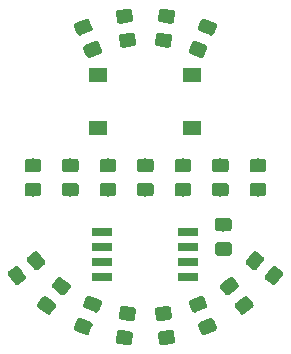
<source format=gbr>
G04 #@! TF.GenerationSoftware,KiCad,Pcbnew,(5.1.4)-1*
G04 #@! TF.CreationDate,2020-01-31T15:03:27+00:00*
G04 #@! TF.ProjectId,KeepCalm,4b656570-4361-46c6-9d2e-6b696361645f,rev?*
G04 #@! TF.SameCoordinates,Original*
G04 #@! TF.FileFunction,Paste,Top*
G04 #@! TF.FilePolarity,Positive*
%FSLAX46Y46*%
G04 Gerber Fmt 4.6, Leading zero omitted, Abs format (unit mm)*
G04 Created by KiCad (PCBNEW (5.1.4)-1) date 2020-01-31 15:03:27*
%MOMM*%
%LPD*%
G04 APERTURE LIST*
%ADD10C,0.100000*%
%ADD11C,1.150000*%
%ADD12R,1.550000X1.300000*%
%ADD13R,1.700000X0.650000*%
G04 APERTURE END LIST*
D10*
G04 #@! TO.C,C1*
G36*
X159478505Y-94431204D02*
G01*
X159502773Y-94434804D01*
X159526572Y-94440765D01*
X159549671Y-94449030D01*
X159571850Y-94459520D01*
X159592893Y-94472132D01*
X159612599Y-94486747D01*
X159630777Y-94503223D01*
X159647253Y-94521401D01*
X159661868Y-94541107D01*
X159674480Y-94562150D01*
X159684970Y-94584329D01*
X159693235Y-94607428D01*
X159699196Y-94631227D01*
X159702796Y-94655495D01*
X159704000Y-94679999D01*
X159704000Y-95330001D01*
X159702796Y-95354505D01*
X159699196Y-95378773D01*
X159693235Y-95402572D01*
X159684970Y-95425671D01*
X159674480Y-95447850D01*
X159661868Y-95468893D01*
X159647253Y-95488599D01*
X159630777Y-95506777D01*
X159612599Y-95523253D01*
X159592893Y-95537868D01*
X159571850Y-95550480D01*
X159549671Y-95560970D01*
X159526572Y-95569235D01*
X159502773Y-95575196D01*
X159478505Y-95578796D01*
X159454001Y-95580000D01*
X158553999Y-95580000D01*
X158529495Y-95578796D01*
X158505227Y-95575196D01*
X158481428Y-95569235D01*
X158458329Y-95560970D01*
X158436150Y-95550480D01*
X158415107Y-95537868D01*
X158395401Y-95523253D01*
X158377223Y-95506777D01*
X158360747Y-95488599D01*
X158346132Y-95468893D01*
X158333520Y-95447850D01*
X158323030Y-95425671D01*
X158314765Y-95402572D01*
X158308804Y-95378773D01*
X158305204Y-95354505D01*
X158304000Y-95330001D01*
X158304000Y-94679999D01*
X158305204Y-94655495D01*
X158308804Y-94631227D01*
X158314765Y-94607428D01*
X158323030Y-94584329D01*
X158333520Y-94562150D01*
X158346132Y-94541107D01*
X158360747Y-94521401D01*
X158377223Y-94503223D01*
X158395401Y-94486747D01*
X158415107Y-94472132D01*
X158436150Y-94459520D01*
X158458329Y-94449030D01*
X158481428Y-94440765D01*
X158505227Y-94434804D01*
X158529495Y-94431204D01*
X158553999Y-94430000D01*
X159454001Y-94430000D01*
X159478505Y-94431204D01*
X159478505Y-94431204D01*
G37*
D11*
X159004000Y-95005000D03*
D10*
G36*
X159478505Y-92381204D02*
G01*
X159502773Y-92384804D01*
X159526572Y-92390765D01*
X159549671Y-92399030D01*
X159571850Y-92409520D01*
X159592893Y-92422132D01*
X159612599Y-92436747D01*
X159630777Y-92453223D01*
X159647253Y-92471401D01*
X159661868Y-92491107D01*
X159674480Y-92512150D01*
X159684970Y-92534329D01*
X159693235Y-92557428D01*
X159699196Y-92581227D01*
X159702796Y-92605495D01*
X159704000Y-92629999D01*
X159704000Y-93280001D01*
X159702796Y-93304505D01*
X159699196Y-93328773D01*
X159693235Y-93352572D01*
X159684970Y-93375671D01*
X159674480Y-93397850D01*
X159661868Y-93418893D01*
X159647253Y-93438599D01*
X159630777Y-93456777D01*
X159612599Y-93473253D01*
X159592893Y-93487868D01*
X159571850Y-93500480D01*
X159549671Y-93510970D01*
X159526572Y-93519235D01*
X159502773Y-93525196D01*
X159478505Y-93528796D01*
X159454001Y-93530000D01*
X158553999Y-93530000D01*
X158529495Y-93528796D01*
X158505227Y-93525196D01*
X158481428Y-93519235D01*
X158458329Y-93510970D01*
X158436150Y-93500480D01*
X158415107Y-93487868D01*
X158395401Y-93473253D01*
X158377223Y-93456777D01*
X158360747Y-93438599D01*
X158346132Y-93418893D01*
X158333520Y-93397850D01*
X158323030Y-93375671D01*
X158314765Y-93352572D01*
X158308804Y-93328773D01*
X158305204Y-93304505D01*
X158304000Y-93280001D01*
X158304000Y-92629999D01*
X158305204Y-92605495D01*
X158308804Y-92581227D01*
X158314765Y-92557428D01*
X158323030Y-92534329D01*
X158333520Y-92512150D01*
X158346132Y-92491107D01*
X158360747Y-92471401D01*
X158377223Y-92453223D01*
X158395401Y-92436747D01*
X158415107Y-92422132D01*
X158436150Y-92409520D01*
X158458329Y-92399030D01*
X158481428Y-92390765D01*
X158505227Y-92384804D01*
X158529495Y-92381204D01*
X158553999Y-92380000D01*
X159454001Y-92380000D01*
X159478505Y-92381204D01*
X159478505Y-92381204D01*
G37*
D11*
X159004000Y-92955000D03*
G04 #@! TD*
D10*
G04 #@! TO.C,D3*
G36*
X162399505Y-89414704D02*
G01*
X162423773Y-89418304D01*
X162447572Y-89424265D01*
X162470671Y-89432530D01*
X162492850Y-89443020D01*
X162513893Y-89455632D01*
X162533599Y-89470247D01*
X162551777Y-89486723D01*
X162568253Y-89504901D01*
X162582868Y-89524607D01*
X162595480Y-89545650D01*
X162605970Y-89567829D01*
X162614235Y-89590928D01*
X162620196Y-89614727D01*
X162623796Y-89638995D01*
X162625000Y-89663499D01*
X162625000Y-90313501D01*
X162623796Y-90338005D01*
X162620196Y-90362273D01*
X162614235Y-90386072D01*
X162605970Y-90409171D01*
X162595480Y-90431350D01*
X162582868Y-90452393D01*
X162568253Y-90472099D01*
X162551777Y-90490277D01*
X162533599Y-90506753D01*
X162513893Y-90521368D01*
X162492850Y-90533980D01*
X162470671Y-90544470D01*
X162447572Y-90552735D01*
X162423773Y-90558696D01*
X162399505Y-90562296D01*
X162375001Y-90563500D01*
X161474999Y-90563500D01*
X161450495Y-90562296D01*
X161426227Y-90558696D01*
X161402428Y-90552735D01*
X161379329Y-90544470D01*
X161357150Y-90533980D01*
X161336107Y-90521368D01*
X161316401Y-90506753D01*
X161298223Y-90490277D01*
X161281747Y-90472099D01*
X161267132Y-90452393D01*
X161254520Y-90431350D01*
X161244030Y-90409171D01*
X161235765Y-90386072D01*
X161229804Y-90362273D01*
X161226204Y-90338005D01*
X161225000Y-90313501D01*
X161225000Y-89663499D01*
X161226204Y-89638995D01*
X161229804Y-89614727D01*
X161235765Y-89590928D01*
X161244030Y-89567829D01*
X161254520Y-89545650D01*
X161267132Y-89524607D01*
X161281747Y-89504901D01*
X161298223Y-89486723D01*
X161316401Y-89470247D01*
X161336107Y-89455632D01*
X161357150Y-89443020D01*
X161379329Y-89432530D01*
X161402428Y-89424265D01*
X161426227Y-89418304D01*
X161450495Y-89414704D01*
X161474999Y-89413500D01*
X162375001Y-89413500D01*
X162399505Y-89414704D01*
X162399505Y-89414704D01*
G37*
D11*
X161925000Y-89988500D03*
D10*
G36*
X162399505Y-87364704D02*
G01*
X162423773Y-87368304D01*
X162447572Y-87374265D01*
X162470671Y-87382530D01*
X162492850Y-87393020D01*
X162513893Y-87405632D01*
X162533599Y-87420247D01*
X162551777Y-87436723D01*
X162568253Y-87454901D01*
X162582868Y-87474607D01*
X162595480Y-87495650D01*
X162605970Y-87517829D01*
X162614235Y-87540928D01*
X162620196Y-87564727D01*
X162623796Y-87588995D01*
X162625000Y-87613499D01*
X162625000Y-88263501D01*
X162623796Y-88288005D01*
X162620196Y-88312273D01*
X162614235Y-88336072D01*
X162605970Y-88359171D01*
X162595480Y-88381350D01*
X162582868Y-88402393D01*
X162568253Y-88422099D01*
X162551777Y-88440277D01*
X162533599Y-88456753D01*
X162513893Y-88471368D01*
X162492850Y-88483980D01*
X162470671Y-88494470D01*
X162447572Y-88502735D01*
X162423773Y-88508696D01*
X162399505Y-88512296D01*
X162375001Y-88513500D01*
X161474999Y-88513500D01*
X161450495Y-88512296D01*
X161426227Y-88508696D01*
X161402428Y-88502735D01*
X161379329Y-88494470D01*
X161357150Y-88483980D01*
X161336107Y-88471368D01*
X161316401Y-88456753D01*
X161298223Y-88440277D01*
X161281747Y-88422099D01*
X161267132Y-88402393D01*
X161254520Y-88381350D01*
X161244030Y-88359171D01*
X161235765Y-88336072D01*
X161229804Y-88312273D01*
X161226204Y-88288005D01*
X161225000Y-88263501D01*
X161225000Y-87613499D01*
X161226204Y-87588995D01*
X161229804Y-87564727D01*
X161235765Y-87540928D01*
X161244030Y-87517829D01*
X161254520Y-87495650D01*
X161267132Y-87474607D01*
X161281747Y-87454901D01*
X161298223Y-87436723D01*
X161316401Y-87420247D01*
X161336107Y-87405632D01*
X161357150Y-87393020D01*
X161379329Y-87382530D01*
X161402428Y-87374265D01*
X161426227Y-87368304D01*
X161450495Y-87364704D01*
X161474999Y-87363500D01*
X162375001Y-87363500D01*
X162399505Y-87364704D01*
X162399505Y-87364704D01*
G37*
D11*
X161925000Y-87938500D03*
G04 #@! TD*
D10*
G04 #@! TO.C,D12*
G36*
X157968209Y-100858982D02*
G01*
X157992477Y-100862582D01*
X158016276Y-100868543D01*
X158039375Y-100876808D01*
X158061554Y-100887298D01*
X158082597Y-100899910D01*
X158102303Y-100914525D01*
X158120481Y-100931001D01*
X158136957Y-100949179D01*
X158151572Y-100968885D01*
X158164184Y-100989928D01*
X158174674Y-101012107D01*
X158423419Y-101612631D01*
X158431684Y-101635730D01*
X158437645Y-101659529D01*
X158441245Y-101683797D01*
X158442449Y-101708301D01*
X158441245Y-101732805D01*
X158437645Y-101757073D01*
X158431684Y-101780872D01*
X158423419Y-101803972D01*
X158412929Y-101826150D01*
X158400317Y-101847193D01*
X158385702Y-101866899D01*
X158369226Y-101885077D01*
X158351048Y-101901553D01*
X158331342Y-101916168D01*
X158310299Y-101928780D01*
X158288121Y-101939270D01*
X157456628Y-102283686D01*
X157433528Y-102291951D01*
X157409729Y-102297912D01*
X157385461Y-102301512D01*
X157360957Y-102302716D01*
X157336453Y-102301512D01*
X157312185Y-102297912D01*
X157288386Y-102291951D01*
X157265287Y-102283686D01*
X157243108Y-102273196D01*
X157222065Y-102260584D01*
X157202359Y-102245969D01*
X157184181Y-102229493D01*
X157167705Y-102211315D01*
X157153090Y-102191609D01*
X157140478Y-102170566D01*
X157129988Y-102148387D01*
X156881243Y-101547863D01*
X156872978Y-101524764D01*
X156867017Y-101500965D01*
X156863417Y-101476697D01*
X156862213Y-101452193D01*
X156863417Y-101427689D01*
X156867017Y-101403421D01*
X156872978Y-101379622D01*
X156881243Y-101356522D01*
X156891733Y-101334344D01*
X156904345Y-101313301D01*
X156918960Y-101293595D01*
X156935436Y-101275417D01*
X156953614Y-101258941D01*
X156973320Y-101244326D01*
X156994363Y-101231714D01*
X157016541Y-101221224D01*
X157848034Y-100876808D01*
X157871134Y-100868543D01*
X157894933Y-100862582D01*
X157919201Y-100858982D01*
X157943705Y-100857778D01*
X157968209Y-100858982D01*
X157968209Y-100858982D01*
G37*
D11*
X157652331Y-101580247D03*
D10*
G36*
X157183707Y-98965028D02*
G01*
X157207975Y-98968628D01*
X157231774Y-98974589D01*
X157254873Y-98982854D01*
X157277052Y-98993344D01*
X157298095Y-99005956D01*
X157317801Y-99020571D01*
X157335979Y-99037047D01*
X157352455Y-99055225D01*
X157367070Y-99074931D01*
X157379682Y-99095974D01*
X157390172Y-99118153D01*
X157638917Y-99718677D01*
X157647182Y-99741776D01*
X157653143Y-99765575D01*
X157656743Y-99789843D01*
X157657947Y-99814347D01*
X157656743Y-99838851D01*
X157653143Y-99863119D01*
X157647182Y-99886918D01*
X157638917Y-99910018D01*
X157628427Y-99932196D01*
X157615815Y-99953239D01*
X157601200Y-99972945D01*
X157584724Y-99991123D01*
X157566546Y-100007599D01*
X157546840Y-100022214D01*
X157525797Y-100034826D01*
X157503619Y-100045316D01*
X156672126Y-100389732D01*
X156649026Y-100397997D01*
X156625227Y-100403958D01*
X156600959Y-100407558D01*
X156576455Y-100408762D01*
X156551951Y-100407558D01*
X156527683Y-100403958D01*
X156503884Y-100397997D01*
X156480785Y-100389732D01*
X156458606Y-100379242D01*
X156437563Y-100366630D01*
X156417857Y-100352015D01*
X156399679Y-100335539D01*
X156383203Y-100317361D01*
X156368588Y-100297655D01*
X156355976Y-100276612D01*
X156345486Y-100254433D01*
X156096741Y-99653909D01*
X156088476Y-99630810D01*
X156082515Y-99607011D01*
X156078915Y-99582743D01*
X156077711Y-99558239D01*
X156078915Y-99533735D01*
X156082515Y-99509467D01*
X156088476Y-99485668D01*
X156096741Y-99462568D01*
X156107231Y-99440390D01*
X156119843Y-99419347D01*
X156134458Y-99399641D01*
X156150934Y-99381463D01*
X156169112Y-99364987D01*
X156188818Y-99350372D01*
X156209861Y-99337760D01*
X156232039Y-99327270D01*
X157063532Y-98982854D01*
X157086632Y-98974589D01*
X157110431Y-98968628D01*
X157134699Y-98965028D01*
X157159203Y-98963824D01*
X157183707Y-98965028D01*
X157183707Y-98965028D01*
G37*
D11*
X156867829Y-99686293D03*
G04 #@! TD*
D10*
G04 #@! TO.C,D7*
G36*
X141527754Y-96452532D02*
G01*
X141551892Y-96456924D01*
X141575483Y-96463660D01*
X141598299Y-96472677D01*
X141620122Y-96483887D01*
X141640742Y-96497181D01*
X141659959Y-96512433D01*
X141677588Y-96529495D01*
X141693461Y-96548202D01*
X142241348Y-97262222D01*
X142255310Y-97282396D01*
X142267227Y-97303840D01*
X142276986Y-97326350D01*
X142284490Y-97349707D01*
X142289670Y-97373688D01*
X142292474Y-97398061D01*
X142292875Y-97422592D01*
X142290870Y-97447043D01*
X142286478Y-97471181D01*
X142279742Y-97494772D01*
X142270725Y-97517588D01*
X142259516Y-97539411D01*
X142246221Y-97560031D01*
X142230969Y-97579248D01*
X142213907Y-97596877D01*
X142195200Y-97612750D01*
X141679519Y-98008446D01*
X141659345Y-98022408D01*
X141637901Y-98034325D01*
X141615391Y-98044084D01*
X141592034Y-98051588D01*
X141568053Y-98056768D01*
X141543680Y-98059572D01*
X141519149Y-98059973D01*
X141494698Y-98057968D01*
X141470560Y-98053576D01*
X141446969Y-98046840D01*
X141424153Y-98037823D01*
X141402330Y-98026613D01*
X141381710Y-98013319D01*
X141362493Y-97998067D01*
X141344864Y-97981005D01*
X141328991Y-97962298D01*
X140781104Y-97248278D01*
X140767142Y-97228104D01*
X140755225Y-97206660D01*
X140745466Y-97184150D01*
X140737962Y-97160793D01*
X140732782Y-97136812D01*
X140729978Y-97112439D01*
X140729577Y-97087908D01*
X140731582Y-97063457D01*
X140735974Y-97039319D01*
X140742710Y-97015728D01*
X140751727Y-96992912D01*
X140762936Y-96971089D01*
X140776231Y-96950469D01*
X140791483Y-96931252D01*
X140808545Y-96913623D01*
X140827252Y-96897750D01*
X141342933Y-96502054D01*
X141363107Y-96488092D01*
X141384551Y-96476175D01*
X141407061Y-96466416D01*
X141430418Y-96458912D01*
X141454399Y-96453732D01*
X141478772Y-96450928D01*
X141503303Y-96450527D01*
X141527754Y-96452532D01*
X141527754Y-96452532D01*
G37*
D11*
X141511226Y-97255250D03*
D10*
G36*
X143154128Y-95204572D02*
G01*
X143178266Y-95208964D01*
X143201857Y-95215700D01*
X143224673Y-95224717D01*
X143246496Y-95235927D01*
X143267116Y-95249221D01*
X143286333Y-95264473D01*
X143303962Y-95281535D01*
X143319835Y-95300242D01*
X143867722Y-96014262D01*
X143881684Y-96034436D01*
X143893601Y-96055880D01*
X143903360Y-96078390D01*
X143910864Y-96101747D01*
X143916044Y-96125728D01*
X143918848Y-96150101D01*
X143919249Y-96174632D01*
X143917244Y-96199083D01*
X143912852Y-96223221D01*
X143906116Y-96246812D01*
X143897099Y-96269628D01*
X143885890Y-96291451D01*
X143872595Y-96312071D01*
X143857343Y-96331288D01*
X143840281Y-96348917D01*
X143821574Y-96364790D01*
X143305893Y-96760486D01*
X143285719Y-96774448D01*
X143264275Y-96786365D01*
X143241765Y-96796124D01*
X143218408Y-96803628D01*
X143194427Y-96808808D01*
X143170054Y-96811612D01*
X143145523Y-96812013D01*
X143121072Y-96810008D01*
X143096934Y-96805616D01*
X143073343Y-96798880D01*
X143050527Y-96789863D01*
X143028704Y-96778653D01*
X143008084Y-96765359D01*
X142988867Y-96750107D01*
X142971238Y-96733045D01*
X142955365Y-96714338D01*
X142407478Y-96000318D01*
X142393516Y-95980144D01*
X142381599Y-95958700D01*
X142371840Y-95936190D01*
X142364336Y-95912833D01*
X142359156Y-95888852D01*
X142356352Y-95864479D01*
X142355951Y-95839948D01*
X142357956Y-95815497D01*
X142362348Y-95791359D01*
X142369084Y-95767768D01*
X142378101Y-95744952D01*
X142389310Y-95723129D01*
X142402605Y-95702509D01*
X142417857Y-95683292D01*
X142434919Y-95665663D01*
X142453626Y-95649790D01*
X142969307Y-95254094D01*
X142989481Y-95240132D01*
X143010925Y-95228215D01*
X143033435Y-95218456D01*
X143056792Y-95210952D01*
X143080773Y-95205772D01*
X143105146Y-95202968D01*
X143129677Y-95202567D01*
X143154128Y-95204572D01*
X143154128Y-95204572D01*
G37*
D11*
X143137600Y-96007290D03*
G04 #@! TD*
D10*
G04 #@! TO.C,D1*
G36*
X148248049Y-77392442D02*
G01*
X148272317Y-77396042D01*
X148296116Y-77402003D01*
X148319215Y-77410268D01*
X148341394Y-77420758D01*
X148362437Y-77433370D01*
X148382143Y-77447985D01*
X148400321Y-77464461D01*
X148416797Y-77482639D01*
X148431412Y-77502345D01*
X148444024Y-77523388D01*
X148454514Y-77545567D01*
X148703259Y-78146091D01*
X148711524Y-78169190D01*
X148717485Y-78192989D01*
X148721085Y-78217257D01*
X148722289Y-78241761D01*
X148721085Y-78266265D01*
X148717485Y-78290533D01*
X148711524Y-78314332D01*
X148703259Y-78337432D01*
X148692769Y-78359610D01*
X148680157Y-78380653D01*
X148665542Y-78400359D01*
X148649066Y-78418537D01*
X148630888Y-78435013D01*
X148611182Y-78449628D01*
X148590139Y-78462240D01*
X148567961Y-78472730D01*
X147736468Y-78817146D01*
X147713368Y-78825411D01*
X147689569Y-78831372D01*
X147665301Y-78834972D01*
X147640797Y-78836176D01*
X147616293Y-78834972D01*
X147592025Y-78831372D01*
X147568226Y-78825411D01*
X147545127Y-78817146D01*
X147522948Y-78806656D01*
X147501905Y-78794044D01*
X147482199Y-78779429D01*
X147464021Y-78762953D01*
X147447545Y-78744775D01*
X147432930Y-78725069D01*
X147420318Y-78704026D01*
X147409828Y-78681847D01*
X147161083Y-78081323D01*
X147152818Y-78058224D01*
X147146857Y-78034425D01*
X147143257Y-78010157D01*
X147142053Y-77985653D01*
X147143257Y-77961149D01*
X147146857Y-77936881D01*
X147152818Y-77913082D01*
X147161083Y-77889982D01*
X147171573Y-77867804D01*
X147184185Y-77846761D01*
X147198800Y-77827055D01*
X147215276Y-77808877D01*
X147233454Y-77792401D01*
X147253160Y-77777786D01*
X147274203Y-77765174D01*
X147296381Y-77754684D01*
X148127874Y-77410268D01*
X148150974Y-77402003D01*
X148174773Y-77396042D01*
X148199041Y-77392442D01*
X148223545Y-77391238D01*
X148248049Y-77392442D01*
X148248049Y-77392442D01*
G37*
D11*
X147932171Y-78113707D03*
D10*
G36*
X147463547Y-75498488D02*
G01*
X147487815Y-75502088D01*
X147511614Y-75508049D01*
X147534713Y-75516314D01*
X147556892Y-75526804D01*
X147577935Y-75539416D01*
X147597641Y-75554031D01*
X147615819Y-75570507D01*
X147632295Y-75588685D01*
X147646910Y-75608391D01*
X147659522Y-75629434D01*
X147670012Y-75651613D01*
X147918757Y-76252137D01*
X147927022Y-76275236D01*
X147932983Y-76299035D01*
X147936583Y-76323303D01*
X147937787Y-76347807D01*
X147936583Y-76372311D01*
X147932983Y-76396579D01*
X147927022Y-76420378D01*
X147918757Y-76443478D01*
X147908267Y-76465656D01*
X147895655Y-76486699D01*
X147881040Y-76506405D01*
X147864564Y-76524583D01*
X147846386Y-76541059D01*
X147826680Y-76555674D01*
X147805637Y-76568286D01*
X147783459Y-76578776D01*
X146951966Y-76923192D01*
X146928866Y-76931457D01*
X146905067Y-76937418D01*
X146880799Y-76941018D01*
X146856295Y-76942222D01*
X146831791Y-76941018D01*
X146807523Y-76937418D01*
X146783724Y-76931457D01*
X146760625Y-76923192D01*
X146738446Y-76912702D01*
X146717403Y-76900090D01*
X146697697Y-76885475D01*
X146679519Y-76868999D01*
X146663043Y-76850821D01*
X146648428Y-76831115D01*
X146635816Y-76810072D01*
X146625326Y-76787893D01*
X146376581Y-76187369D01*
X146368316Y-76164270D01*
X146362355Y-76140471D01*
X146358755Y-76116203D01*
X146357551Y-76091699D01*
X146358755Y-76067195D01*
X146362355Y-76042927D01*
X146368316Y-76019128D01*
X146376581Y-75996028D01*
X146387071Y-75973850D01*
X146399683Y-75952807D01*
X146414298Y-75933101D01*
X146430774Y-75914923D01*
X146448952Y-75898447D01*
X146468658Y-75883832D01*
X146489701Y-75871220D01*
X146511879Y-75860730D01*
X147343372Y-75516314D01*
X147366472Y-75508049D01*
X147390271Y-75502088D01*
X147414539Y-75498488D01*
X147439043Y-75497284D01*
X147463547Y-75498488D01*
X147463547Y-75498488D01*
G37*
D11*
X147147669Y-76219753D03*
G04 #@! TD*
D10*
G04 #@! TO.C,D4*
G36*
X159224505Y-89414704D02*
G01*
X159248773Y-89418304D01*
X159272572Y-89424265D01*
X159295671Y-89432530D01*
X159317850Y-89443020D01*
X159338893Y-89455632D01*
X159358599Y-89470247D01*
X159376777Y-89486723D01*
X159393253Y-89504901D01*
X159407868Y-89524607D01*
X159420480Y-89545650D01*
X159430970Y-89567829D01*
X159439235Y-89590928D01*
X159445196Y-89614727D01*
X159448796Y-89638995D01*
X159450000Y-89663499D01*
X159450000Y-90313501D01*
X159448796Y-90338005D01*
X159445196Y-90362273D01*
X159439235Y-90386072D01*
X159430970Y-90409171D01*
X159420480Y-90431350D01*
X159407868Y-90452393D01*
X159393253Y-90472099D01*
X159376777Y-90490277D01*
X159358599Y-90506753D01*
X159338893Y-90521368D01*
X159317850Y-90533980D01*
X159295671Y-90544470D01*
X159272572Y-90552735D01*
X159248773Y-90558696D01*
X159224505Y-90562296D01*
X159200001Y-90563500D01*
X158299999Y-90563500D01*
X158275495Y-90562296D01*
X158251227Y-90558696D01*
X158227428Y-90552735D01*
X158204329Y-90544470D01*
X158182150Y-90533980D01*
X158161107Y-90521368D01*
X158141401Y-90506753D01*
X158123223Y-90490277D01*
X158106747Y-90472099D01*
X158092132Y-90452393D01*
X158079520Y-90431350D01*
X158069030Y-90409171D01*
X158060765Y-90386072D01*
X158054804Y-90362273D01*
X158051204Y-90338005D01*
X158050000Y-90313501D01*
X158050000Y-89663499D01*
X158051204Y-89638995D01*
X158054804Y-89614727D01*
X158060765Y-89590928D01*
X158069030Y-89567829D01*
X158079520Y-89545650D01*
X158092132Y-89524607D01*
X158106747Y-89504901D01*
X158123223Y-89486723D01*
X158141401Y-89470247D01*
X158161107Y-89455632D01*
X158182150Y-89443020D01*
X158204329Y-89432530D01*
X158227428Y-89424265D01*
X158251227Y-89418304D01*
X158275495Y-89414704D01*
X158299999Y-89413500D01*
X159200001Y-89413500D01*
X159224505Y-89414704D01*
X159224505Y-89414704D01*
G37*
D11*
X158750000Y-89988500D03*
D10*
G36*
X159224505Y-87364704D02*
G01*
X159248773Y-87368304D01*
X159272572Y-87374265D01*
X159295671Y-87382530D01*
X159317850Y-87393020D01*
X159338893Y-87405632D01*
X159358599Y-87420247D01*
X159376777Y-87436723D01*
X159393253Y-87454901D01*
X159407868Y-87474607D01*
X159420480Y-87495650D01*
X159430970Y-87517829D01*
X159439235Y-87540928D01*
X159445196Y-87564727D01*
X159448796Y-87588995D01*
X159450000Y-87613499D01*
X159450000Y-88263501D01*
X159448796Y-88288005D01*
X159445196Y-88312273D01*
X159439235Y-88336072D01*
X159430970Y-88359171D01*
X159420480Y-88381350D01*
X159407868Y-88402393D01*
X159393253Y-88422099D01*
X159376777Y-88440277D01*
X159358599Y-88456753D01*
X159338893Y-88471368D01*
X159317850Y-88483980D01*
X159295671Y-88494470D01*
X159272572Y-88502735D01*
X159248773Y-88508696D01*
X159224505Y-88512296D01*
X159200001Y-88513500D01*
X158299999Y-88513500D01*
X158275495Y-88512296D01*
X158251227Y-88508696D01*
X158227428Y-88502735D01*
X158204329Y-88494470D01*
X158182150Y-88483980D01*
X158161107Y-88471368D01*
X158141401Y-88456753D01*
X158123223Y-88440277D01*
X158106747Y-88422099D01*
X158092132Y-88402393D01*
X158079520Y-88381350D01*
X158069030Y-88359171D01*
X158060765Y-88336072D01*
X158054804Y-88312273D01*
X158051204Y-88288005D01*
X158050000Y-88263501D01*
X158050000Y-87613499D01*
X158051204Y-87588995D01*
X158054804Y-87564727D01*
X158060765Y-87540928D01*
X158069030Y-87517829D01*
X158079520Y-87495650D01*
X158092132Y-87474607D01*
X158106747Y-87454901D01*
X158123223Y-87436723D01*
X158141401Y-87420247D01*
X158161107Y-87405632D01*
X158182150Y-87393020D01*
X158204329Y-87382530D01*
X158227428Y-87374265D01*
X158251227Y-87368304D01*
X158275495Y-87364704D01*
X158299999Y-87363500D01*
X159200001Y-87363500D01*
X159224505Y-87364704D01*
X159224505Y-87364704D01*
G37*
D11*
X158750000Y-87938500D03*
G04 #@! TD*
D10*
G04 #@! TO.C,D5*
G36*
X156049505Y-87364704D02*
G01*
X156073773Y-87368304D01*
X156097572Y-87374265D01*
X156120671Y-87382530D01*
X156142850Y-87393020D01*
X156163893Y-87405632D01*
X156183599Y-87420247D01*
X156201777Y-87436723D01*
X156218253Y-87454901D01*
X156232868Y-87474607D01*
X156245480Y-87495650D01*
X156255970Y-87517829D01*
X156264235Y-87540928D01*
X156270196Y-87564727D01*
X156273796Y-87588995D01*
X156275000Y-87613499D01*
X156275000Y-88263501D01*
X156273796Y-88288005D01*
X156270196Y-88312273D01*
X156264235Y-88336072D01*
X156255970Y-88359171D01*
X156245480Y-88381350D01*
X156232868Y-88402393D01*
X156218253Y-88422099D01*
X156201777Y-88440277D01*
X156183599Y-88456753D01*
X156163893Y-88471368D01*
X156142850Y-88483980D01*
X156120671Y-88494470D01*
X156097572Y-88502735D01*
X156073773Y-88508696D01*
X156049505Y-88512296D01*
X156025001Y-88513500D01*
X155124999Y-88513500D01*
X155100495Y-88512296D01*
X155076227Y-88508696D01*
X155052428Y-88502735D01*
X155029329Y-88494470D01*
X155007150Y-88483980D01*
X154986107Y-88471368D01*
X154966401Y-88456753D01*
X154948223Y-88440277D01*
X154931747Y-88422099D01*
X154917132Y-88402393D01*
X154904520Y-88381350D01*
X154894030Y-88359171D01*
X154885765Y-88336072D01*
X154879804Y-88312273D01*
X154876204Y-88288005D01*
X154875000Y-88263501D01*
X154875000Y-87613499D01*
X154876204Y-87588995D01*
X154879804Y-87564727D01*
X154885765Y-87540928D01*
X154894030Y-87517829D01*
X154904520Y-87495650D01*
X154917132Y-87474607D01*
X154931747Y-87454901D01*
X154948223Y-87436723D01*
X154966401Y-87420247D01*
X154986107Y-87405632D01*
X155007150Y-87393020D01*
X155029329Y-87382530D01*
X155052428Y-87374265D01*
X155076227Y-87368304D01*
X155100495Y-87364704D01*
X155124999Y-87363500D01*
X156025001Y-87363500D01*
X156049505Y-87364704D01*
X156049505Y-87364704D01*
G37*
D11*
X155575000Y-87938500D03*
D10*
G36*
X156049505Y-89414704D02*
G01*
X156073773Y-89418304D01*
X156097572Y-89424265D01*
X156120671Y-89432530D01*
X156142850Y-89443020D01*
X156163893Y-89455632D01*
X156183599Y-89470247D01*
X156201777Y-89486723D01*
X156218253Y-89504901D01*
X156232868Y-89524607D01*
X156245480Y-89545650D01*
X156255970Y-89567829D01*
X156264235Y-89590928D01*
X156270196Y-89614727D01*
X156273796Y-89638995D01*
X156275000Y-89663499D01*
X156275000Y-90313501D01*
X156273796Y-90338005D01*
X156270196Y-90362273D01*
X156264235Y-90386072D01*
X156255970Y-90409171D01*
X156245480Y-90431350D01*
X156232868Y-90452393D01*
X156218253Y-90472099D01*
X156201777Y-90490277D01*
X156183599Y-90506753D01*
X156163893Y-90521368D01*
X156142850Y-90533980D01*
X156120671Y-90544470D01*
X156097572Y-90552735D01*
X156073773Y-90558696D01*
X156049505Y-90562296D01*
X156025001Y-90563500D01*
X155124999Y-90563500D01*
X155100495Y-90562296D01*
X155076227Y-90558696D01*
X155052428Y-90552735D01*
X155029329Y-90544470D01*
X155007150Y-90533980D01*
X154986107Y-90521368D01*
X154966401Y-90506753D01*
X154948223Y-90490277D01*
X154931747Y-90472099D01*
X154917132Y-90452393D01*
X154904520Y-90431350D01*
X154894030Y-90409171D01*
X154885765Y-90386072D01*
X154879804Y-90362273D01*
X154876204Y-90338005D01*
X154875000Y-90313501D01*
X154875000Y-89663499D01*
X154876204Y-89638995D01*
X154879804Y-89614727D01*
X154885765Y-89590928D01*
X154894030Y-89567829D01*
X154904520Y-89545650D01*
X154917132Y-89524607D01*
X154931747Y-89504901D01*
X154948223Y-89486723D01*
X154966401Y-89470247D01*
X154986107Y-89455632D01*
X155007150Y-89443020D01*
X155029329Y-89432530D01*
X155052428Y-89424265D01*
X155076227Y-89418304D01*
X155100495Y-89414704D01*
X155124999Y-89413500D01*
X156025001Y-89413500D01*
X156049505Y-89414704D01*
X156049505Y-89414704D01*
G37*
D11*
X155575000Y-89988500D03*
G04 #@! TD*
D10*
G04 #@! TO.C,D6*
G36*
X152874505Y-87364704D02*
G01*
X152898773Y-87368304D01*
X152922572Y-87374265D01*
X152945671Y-87382530D01*
X152967850Y-87393020D01*
X152988893Y-87405632D01*
X153008599Y-87420247D01*
X153026777Y-87436723D01*
X153043253Y-87454901D01*
X153057868Y-87474607D01*
X153070480Y-87495650D01*
X153080970Y-87517829D01*
X153089235Y-87540928D01*
X153095196Y-87564727D01*
X153098796Y-87588995D01*
X153100000Y-87613499D01*
X153100000Y-88263501D01*
X153098796Y-88288005D01*
X153095196Y-88312273D01*
X153089235Y-88336072D01*
X153080970Y-88359171D01*
X153070480Y-88381350D01*
X153057868Y-88402393D01*
X153043253Y-88422099D01*
X153026777Y-88440277D01*
X153008599Y-88456753D01*
X152988893Y-88471368D01*
X152967850Y-88483980D01*
X152945671Y-88494470D01*
X152922572Y-88502735D01*
X152898773Y-88508696D01*
X152874505Y-88512296D01*
X152850001Y-88513500D01*
X151949999Y-88513500D01*
X151925495Y-88512296D01*
X151901227Y-88508696D01*
X151877428Y-88502735D01*
X151854329Y-88494470D01*
X151832150Y-88483980D01*
X151811107Y-88471368D01*
X151791401Y-88456753D01*
X151773223Y-88440277D01*
X151756747Y-88422099D01*
X151742132Y-88402393D01*
X151729520Y-88381350D01*
X151719030Y-88359171D01*
X151710765Y-88336072D01*
X151704804Y-88312273D01*
X151701204Y-88288005D01*
X151700000Y-88263501D01*
X151700000Y-87613499D01*
X151701204Y-87588995D01*
X151704804Y-87564727D01*
X151710765Y-87540928D01*
X151719030Y-87517829D01*
X151729520Y-87495650D01*
X151742132Y-87474607D01*
X151756747Y-87454901D01*
X151773223Y-87436723D01*
X151791401Y-87420247D01*
X151811107Y-87405632D01*
X151832150Y-87393020D01*
X151854329Y-87382530D01*
X151877428Y-87374265D01*
X151901227Y-87368304D01*
X151925495Y-87364704D01*
X151949999Y-87363500D01*
X152850001Y-87363500D01*
X152874505Y-87364704D01*
X152874505Y-87364704D01*
G37*
D11*
X152400000Y-87938500D03*
D10*
G36*
X152874505Y-89414704D02*
G01*
X152898773Y-89418304D01*
X152922572Y-89424265D01*
X152945671Y-89432530D01*
X152967850Y-89443020D01*
X152988893Y-89455632D01*
X153008599Y-89470247D01*
X153026777Y-89486723D01*
X153043253Y-89504901D01*
X153057868Y-89524607D01*
X153070480Y-89545650D01*
X153080970Y-89567829D01*
X153089235Y-89590928D01*
X153095196Y-89614727D01*
X153098796Y-89638995D01*
X153100000Y-89663499D01*
X153100000Y-90313501D01*
X153098796Y-90338005D01*
X153095196Y-90362273D01*
X153089235Y-90386072D01*
X153080970Y-90409171D01*
X153070480Y-90431350D01*
X153057868Y-90452393D01*
X153043253Y-90472099D01*
X153026777Y-90490277D01*
X153008599Y-90506753D01*
X152988893Y-90521368D01*
X152967850Y-90533980D01*
X152945671Y-90544470D01*
X152922572Y-90552735D01*
X152898773Y-90558696D01*
X152874505Y-90562296D01*
X152850001Y-90563500D01*
X151949999Y-90563500D01*
X151925495Y-90562296D01*
X151901227Y-90558696D01*
X151877428Y-90552735D01*
X151854329Y-90544470D01*
X151832150Y-90533980D01*
X151811107Y-90521368D01*
X151791401Y-90506753D01*
X151773223Y-90490277D01*
X151756747Y-90472099D01*
X151742132Y-90452393D01*
X151729520Y-90431350D01*
X151719030Y-90409171D01*
X151710765Y-90386072D01*
X151704804Y-90362273D01*
X151701204Y-90338005D01*
X151700000Y-90313501D01*
X151700000Y-89663499D01*
X151701204Y-89638995D01*
X151704804Y-89614727D01*
X151710765Y-89590928D01*
X151719030Y-89567829D01*
X151729520Y-89545650D01*
X151742132Y-89524607D01*
X151756747Y-89504901D01*
X151773223Y-89486723D01*
X151791401Y-89470247D01*
X151811107Y-89455632D01*
X151832150Y-89443020D01*
X151854329Y-89432530D01*
X151877428Y-89424265D01*
X151901227Y-89418304D01*
X151925495Y-89414704D01*
X151949999Y-89413500D01*
X152850001Y-89413500D01*
X152874505Y-89414704D01*
X152874505Y-89414704D01*
G37*
D11*
X152400000Y-89988500D03*
G04 #@! TD*
D10*
G04 #@! TO.C,D9*
G36*
X149699505Y-89414704D02*
G01*
X149723773Y-89418304D01*
X149747572Y-89424265D01*
X149770671Y-89432530D01*
X149792850Y-89443020D01*
X149813893Y-89455632D01*
X149833599Y-89470247D01*
X149851777Y-89486723D01*
X149868253Y-89504901D01*
X149882868Y-89524607D01*
X149895480Y-89545650D01*
X149905970Y-89567829D01*
X149914235Y-89590928D01*
X149920196Y-89614727D01*
X149923796Y-89638995D01*
X149925000Y-89663499D01*
X149925000Y-90313501D01*
X149923796Y-90338005D01*
X149920196Y-90362273D01*
X149914235Y-90386072D01*
X149905970Y-90409171D01*
X149895480Y-90431350D01*
X149882868Y-90452393D01*
X149868253Y-90472099D01*
X149851777Y-90490277D01*
X149833599Y-90506753D01*
X149813893Y-90521368D01*
X149792850Y-90533980D01*
X149770671Y-90544470D01*
X149747572Y-90552735D01*
X149723773Y-90558696D01*
X149699505Y-90562296D01*
X149675001Y-90563500D01*
X148774999Y-90563500D01*
X148750495Y-90562296D01*
X148726227Y-90558696D01*
X148702428Y-90552735D01*
X148679329Y-90544470D01*
X148657150Y-90533980D01*
X148636107Y-90521368D01*
X148616401Y-90506753D01*
X148598223Y-90490277D01*
X148581747Y-90472099D01*
X148567132Y-90452393D01*
X148554520Y-90431350D01*
X148544030Y-90409171D01*
X148535765Y-90386072D01*
X148529804Y-90362273D01*
X148526204Y-90338005D01*
X148525000Y-90313501D01*
X148525000Y-89663499D01*
X148526204Y-89638995D01*
X148529804Y-89614727D01*
X148535765Y-89590928D01*
X148544030Y-89567829D01*
X148554520Y-89545650D01*
X148567132Y-89524607D01*
X148581747Y-89504901D01*
X148598223Y-89486723D01*
X148616401Y-89470247D01*
X148636107Y-89455632D01*
X148657150Y-89443020D01*
X148679329Y-89432530D01*
X148702428Y-89424265D01*
X148726227Y-89418304D01*
X148750495Y-89414704D01*
X148774999Y-89413500D01*
X149675001Y-89413500D01*
X149699505Y-89414704D01*
X149699505Y-89414704D01*
G37*
D11*
X149225000Y-89988500D03*
D10*
G36*
X149699505Y-87364704D02*
G01*
X149723773Y-87368304D01*
X149747572Y-87374265D01*
X149770671Y-87382530D01*
X149792850Y-87393020D01*
X149813893Y-87405632D01*
X149833599Y-87420247D01*
X149851777Y-87436723D01*
X149868253Y-87454901D01*
X149882868Y-87474607D01*
X149895480Y-87495650D01*
X149905970Y-87517829D01*
X149914235Y-87540928D01*
X149920196Y-87564727D01*
X149923796Y-87588995D01*
X149925000Y-87613499D01*
X149925000Y-88263501D01*
X149923796Y-88288005D01*
X149920196Y-88312273D01*
X149914235Y-88336072D01*
X149905970Y-88359171D01*
X149895480Y-88381350D01*
X149882868Y-88402393D01*
X149868253Y-88422099D01*
X149851777Y-88440277D01*
X149833599Y-88456753D01*
X149813893Y-88471368D01*
X149792850Y-88483980D01*
X149770671Y-88494470D01*
X149747572Y-88502735D01*
X149723773Y-88508696D01*
X149699505Y-88512296D01*
X149675001Y-88513500D01*
X148774999Y-88513500D01*
X148750495Y-88512296D01*
X148726227Y-88508696D01*
X148702428Y-88502735D01*
X148679329Y-88494470D01*
X148657150Y-88483980D01*
X148636107Y-88471368D01*
X148616401Y-88456753D01*
X148598223Y-88440277D01*
X148581747Y-88422099D01*
X148567132Y-88402393D01*
X148554520Y-88381350D01*
X148544030Y-88359171D01*
X148535765Y-88336072D01*
X148529804Y-88312273D01*
X148526204Y-88288005D01*
X148525000Y-88263501D01*
X148525000Y-87613499D01*
X148526204Y-87588995D01*
X148529804Y-87564727D01*
X148535765Y-87540928D01*
X148544030Y-87517829D01*
X148554520Y-87495650D01*
X148567132Y-87474607D01*
X148581747Y-87454901D01*
X148598223Y-87436723D01*
X148616401Y-87420247D01*
X148636107Y-87405632D01*
X148657150Y-87393020D01*
X148679329Y-87382530D01*
X148702428Y-87374265D01*
X148726227Y-87368304D01*
X148750495Y-87364704D01*
X148774999Y-87363500D01*
X149675001Y-87363500D01*
X149699505Y-87364704D01*
X149699505Y-87364704D01*
G37*
D11*
X149225000Y-87938500D03*
G04 #@! TD*
D10*
G04 #@! TO.C,D10*
G36*
X146524505Y-89414704D02*
G01*
X146548773Y-89418304D01*
X146572572Y-89424265D01*
X146595671Y-89432530D01*
X146617850Y-89443020D01*
X146638893Y-89455632D01*
X146658599Y-89470247D01*
X146676777Y-89486723D01*
X146693253Y-89504901D01*
X146707868Y-89524607D01*
X146720480Y-89545650D01*
X146730970Y-89567829D01*
X146739235Y-89590928D01*
X146745196Y-89614727D01*
X146748796Y-89638995D01*
X146750000Y-89663499D01*
X146750000Y-90313501D01*
X146748796Y-90338005D01*
X146745196Y-90362273D01*
X146739235Y-90386072D01*
X146730970Y-90409171D01*
X146720480Y-90431350D01*
X146707868Y-90452393D01*
X146693253Y-90472099D01*
X146676777Y-90490277D01*
X146658599Y-90506753D01*
X146638893Y-90521368D01*
X146617850Y-90533980D01*
X146595671Y-90544470D01*
X146572572Y-90552735D01*
X146548773Y-90558696D01*
X146524505Y-90562296D01*
X146500001Y-90563500D01*
X145599999Y-90563500D01*
X145575495Y-90562296D01*
X145551227Y-90558696D01*
X145527428Y-90552735D01*
X145504329Y-90544470D01*
X145482150Y-90533980D01*
X145461107Y-90521368D01*
X145441401Y-90506753D01*
X145423223Y-90490277D01*
X145406747Y-90472099D01*
X145392132Y-90452393D01*
X145379520Y-90431350D01*
X145369030Y-90409171D01*
X145360765Y-90386072D01*
X145354804Y-90362273D01*
X145351204Y-90338005D01*
X145350000Y-90313501D01*
X145350000Y-89663499D01*
X145351204Y-89638995D01*
X145354804Y-89614727D01*
X145360765Y-89590928D01*
X145369030Y-89567829D01*
X145379520Y-89545650D01*
X145392132Y-89524607D01*
X145406747Y-89504901D01*
X145423223Y-89486723D01*
X145441401Y-89470247D01*
X145461107Y-89455632D01*
X145482150Y-89443020D01*
X145504329Y-89432530D01*
X145527428Y-89424265D01*
X145551227Y-89418304D01*
X145575495Y-89414704D01*
X145599999Y-89413500D01*
X146500001Y-89413500D01*
X146524505Y-89414704D01*
X146524505Y-89414704D01*
G37*
D11*
X146050000Y-89988500D03*
D10*
G36*
X146524505Y-87364704D02*
G01*
X146548773Y-87368304D01*
X146572572Y-87374265D01*
X146595671Y-87382530D01*
X146617850Y-87393020D01*
X146638893Y-87405632D01*
X146658599Y-87420247D01*
X146676777Y-87436723D01*
X146693253Y-87454901D01*
X146707868Y-87474607D01*
X146720480Y-87495650D01*
X146730970Y-87517829D01*
X146739235Y-87540928D01*
X146745196Y-87564727D01*
X146748796Y-87588995D01*
X146750000Y-87613499D01*
X146750000Y-88263501D01*
X146748796Y-88288005D01*
X146745196Y-88312273D01*
X146739235Y-88336072D01*
X146730970Y-88359171D01*
X146720480Y-88381350D01*
X146707868Y-88402393D01*
X146693253Y-88422099D01*
X146676777Y-88440277D01*
X146658599Y-88456753D01*
X146638893Y-88471368D01*
X146617850Y-88483980D01*
X146595671Y-88494470D01*
X146572572Y-88502735D01*
X146548773Y-88508696D01*
X146524505Y-88512296D01*
X146500001Y-88513500D01*
X145599999Y-88513500D01*
X145575495Y-88512296D01*
X145551227Y-88508696D01*
X145527428Y-88502735D01*
X145504329Y-88494470D01*
X145482150Y-88483980D01*
X145461107Y-88471368D01*
X145441401Y-88456753D01*
X145423223Y-88440277D01*
X145406747Y-88422099D01*
X145392132Y-88402393D01*
X145379520Y-88381350D01*
X145369030Y-88359171D01*
X145360765Y-88336072D01*
X145354804Y-88312273D01*
X145351204Y-88288005D01*
X145350000Y-88263501D01*
X145350000Y-87613499D01*
X145351204Y-87588995D01*
X145354804Y-87564727D01*
X145360765Y-87540928D01*
X145369030Y-87517829D01*
X145379520Y-87495650D01*
X145392132Y-87474607D01*
X145406747Y-87454901D01*
X145423223Y-87436723D01*
X145441401Y-87420247D01*
X145461107Y-87405632D01*
X145482150Y-87393020D01*
X145504329Y-87382530D01*
X145527428Y-87374265D01*
X145551227Y-87368304D01*
X145575495Y-87364704D01*
X145599999Y-87363500D01*
X146500001Y-87363500D01*
X146524505Y-87364704D01*
X146524505Y-87364704D01*
G37*
D11*
X146050000Y-87938500D03*
G04 #@! TD*
D10*
G04 #@! TO.C,D13*
G36*
X143349505Y-89414704D02*
G01*
X143373773Y-89418304D01*
X143397572Y-89424265D01*
X143420671Y-89432530D01*
X143442850Y-89443020D01*
X143463893Y-89455632D01*
X143483599Y-89470247D01*
X143501777Y-89486723D01*
X143518253Y-89504901D01*
X143532868Y-89524607D01*
X143545480Y-89545650D01*
X143555970Y-89567829D01*
X143564235Y-89590928D01*
X143570196Y-89614727D01*
X143573796Y-89638995D01*
X143575000Y-89663499D01*
X143575000Y-90313501D01*
X143573796Y-90338005D01*
X143570196Y-90362273D01*
X143564235Y-90386072D01*
X143555970Y-90409171D01*
X143545480Y-90431350D01*
X143532868Y-90452393D01*
X143518253Y-90472099D01*
X143501777Y-90490277D01*
X143483599Y-90506753D01*
X143463893Y-90521368D01*
X143442850Y-90533980D01*
X143420671Y-90544470D01*
X143397572Y-90552735D01*
X143373773Y-90558696D01*
X143349505Y-90562296D01*
X143325001Y-90563500D01*
X142424999Y-90563500D01*
X142400495Y-90562296D01*
X142376227Y-90558696D01*
X142352428Y-90552735D01*
X142329329Y-90544470D01*
X142307150Y-90533980D01*
X142286107Y-90521368D01*
X142266401Y-90506753D01*
X142248223Y-90490277D01*
X142231747Y-90472099D01*
X142217132Y-90452393D01*
X142204520Y-90431350D01*
X142194030Y-90409171D01*
X142185765Y-90386072D01*
X142179804Y-90362273D01*
X142176204Y-90338005D01*
X142175000Y-90313501D01*
X142175000Y-89663499D01*
X142176204Y-89638995D01*
X142179804Y-89614727D01*
X142185765Y-89590928D01*
X142194030Y-89567829D01*
X142204520Y-89545650D01*
X142217132Y-89524607D01*
X142231747Y-89504901D01*
X142248223Y-89486723D01*
X142266401Y-89470247D01*
X142286107Y-89455632D01*
X142307150Y-89443020D01*
X142329329Y-89432530D01*
X142352428Y-89424265D01*
X142376227Y-89418304D01*
X142400495Y-89414704D01*
X142424999Y-89413500D01*
X143325001Y-89413500D01*
X143349505Y-89414704D01*
X143349505Y-89414704D01*
G37*
D11*
X142875000Y-89988500D03*
D10*
G36*
X143349505Y-87364704D02*
G01*
X143373773Y-87368304D01*
X143397572Y-87374265D01*
X143420671Y-87382530D01*
X143442850Y-87393020D01*
X143463893Y-87405632D01*
X143483599Y-87420247D01*
X143501777Y-87436723D01*
X143518253Y-87454901D01*
X143532868Y-87474607D01*
X143545480Y-87495650D01*
X143555970Y-87517829D01*
X143564235Y-87540928D01*
X143570196Y-87564727D01*
X143573796Y-87588995D01*
X143575000Y-87613499D01*
X143575000Y-88263501D01*
X143573796Y-88288005D01*
X143570196Y-88312273D01*
X143564235Y-88336072D01*
X143555970Y-88359171D01*
X143545480Y-88381350D01*
X143532868Y-88402393D01*
X143518253Y-88422099D01*
X143501777Y-88440277D01*
X143483599Y-88456753D01*
X143463893Y-88471368D01*
X143442850Y-88483980D01*
X143420671Y-88494470D01*
X143397572Y-88502735D01*
X143373773Y-88508696D01*
X143349505Y-88512296D01*
X143325001Y-88513500D01*
X142424999Y-88513500D01*
X142400495Y-88512296D01*
X142376227Y-88508696D01*
X142352428Y-88502735D01*
X142329329Y-88494470D01*
X142307150Y-88483980D01*
X142286107Y-88471368D01*
X142266401Y-88456753D01*
X142248223Y-88440277D01*
X142231747Y-88422099D01*
X142217132Y-88402393D01*
X142204520Y-88381350D01*
X142194030Y-88359171D01*
X142185765Y-88336072D01*
X142179804Y-88312273D01*
X142176204Y-88288005D01*
X142175000Y-88263501D01*
X142175000Y-87613499D01*
X142176204Y-87588995D01*
X142179804Y-87564727D01*
X142185765Y-87540928D01*
X142194030Y-87517829D01*
X142204520Y-87495650D01*
X142217132Y-87474607D01*
X142231747Y-87454901D01*
X142248223Y-87436723D01*
X142266401Y-87420247D01*
X142286107Y-87405632D01*
X142307150Y-87393020D01*
X142329329Y-87382530D01*
X142352428Y-87374265D01*
X142376227Y-87368304D01*
X142400495Y-87364704D01*
X142424999Y-87363500D01*
X143325001Y-87363500D01*
X143349505Y-87364704D01*
X143349505Y-87364704D01*
G37*
D11*
X142875000Y-87938500D03*
G04 #@! TD*
D12*
G04 #@! TO.C,SW1*
X156375000Y-84800000D03*
X156375000Y-80300000D03*
X148425000Y-80300000D03*
X148425000Y-84800000D03*
G04 #@! TD*
D13*
G04 #@! TO.C,U1*
X148750000Y-93599000D03*
X148750000Y-94869000D03*
X148750000Y-96139000D03*
X148750000Y-97409000D03*
X156050000Y-97409000D03*
X156050000Y-96139000D03*
X156050000Y-94869000D03*
X156050000Y-93599000D03*
G04 #@! TD*
D10*
G04 #@! TO.C,D2*
G36*
X151296187Y-76694460D02*
G01*
X151320560Y-76697264D01*
X151344541Y-76702444D01*
X151367898Y-76709949D01*
X151390408Y-76719707D01*
X151411853Y-76731624D01*
X151432026Y-76745587D01*
X151450734Y-76761459D01*
X151467795Y-76779088D01*
X151483047Y-76798305D01*
X151496342Y-76818925D01*
X151507551Y-76840748D01*
X151516568Y-76863565D01*
X151523304Y-76887155D01*
X151527696Y-76911293D01*
X151612538Y-77555734D01*
X151614543Y-77580185D01*
X151614142Y-77604716D01*
X151611338Y-77629089D01*
X151606158Y-77653070D01*
X151598654Y-77676427D01*
X151588895Y-77698937D01*
X151576978Y-77720382D01*
X151563015Y-77740555D01*
X151547143Y-77759262D01*
X151529514Y-77776324D01*
X151510297Y-77791576D01*
X151489677Y-77804871D01*
X151467854Y-77816080D01*
X151445037Y-77825097D01*
X151421447Y-77831833D01*
X151397309Y-77836225D01*
X150505007Y-77953698D01*
X150480556Y-77955703D01*
X150456025Y-77955302D01*
X150431652Y-77952498D01*
X150407671Y-77947318D01*
X150384314Y-77939813D01*
X150361804Y-77930055D01*
X150340359Y-77918138D01*
X150320186Y-77904175D01*
X150301478Y-77888303D01*
X150284417Y-77870674D01*
X150269165Y-77851457D01*
X150255870Y-77830837D01*
X150244661Y-77809014D01*
X150235644Y-77786197D01*
X150228908Y-77762607D01*
X150224516Y-77738469D01*
X150139674Y-77094028D01*
X150137669Y-77069577D01*
X150138070Y-77045046D01*
X150140874Y-77020673D01*
X150146054Y-76996692D01*
X150153558Y-76973335D01*
X150163317Y-76950825D01*
X150175234Y-76929380D01*
X150189197Y-76909207D01*
X150205069Y-76890500D01*
X150222698Y-76873438D01*
X150241915Y-76858186D01*
X150262535Y-76844891D01*
X150284358Y-76833682D01*
X150307175Y-76824665D01*
X150330765Y-76817929D01*
X150354903Y-76813537D01*
X151247205Y-76696064D01*
X151271656Y-76694059D01*
X151296187Y-76694460D01*
X151296187Y-76694460D01*
G37*
D11*
X150876106Y-77324881D03*
D10*
G36*
X151028609Y-74661998D02*
G01*
X151052982Y-74664802D01*
X151076963Y-74669982D01*
X151100320Y-74677487D01*
X151122830Y-74687245D01*
X151144275Y-74699162D01*
X151164448Y-74713125D01*
X151183156Y-74728997D01*
X151200217Y-74746626D01*
X151215469Y-74765843D01*
X151228764Y-74786463D01*
X151239973Y-74808286D01*
X151248990Y-74831103D01*
X151255726Y-74854693D01*
X151260118Y-74878831D01*
X151344960Y-75523272D01*
X151346965Y-75547723D01*
X151346564Y-75572254D01*
X151343760Y-75596627D01*
X151338580Y-75620608D01*
X151331076Y-75643965D01*
X151321317Y-75666475D01*
X151309400Y-75687920D01*
X151295437Y-75708093D01*
X151279565Y-75726800D01*
X151261936Y-75743862D01*
X151242719Y-75759114D01*
X151222099Y-75772409D01*
X151200276Y-75783618D01*
X151177459Y-75792635D01*
X151153869Y-75799371D01*
X151129731Y-75803763D01*
X150237429Y-75921236D01*
X150212978Y-75923241D01*
X150188447Y-75922840D01*
X150164074Y-75920036D01*
X150140093Y-75914856D01*
X150116736Y-75907351D01*
X150094226Y-75897593D01*
X150072781Y-75885676D01*
X150052608Y-75871713D01*
X150033900Y-75855841D01*
X150016839Y-75838212D01*
X150001587Y-75818995D01*
X149988292Y-75798375D01*
X149977083Y-75776552D01*
X149968066Y-75753735D01*
X149961330Y-75730145D01*
X149956938Y-75706007D01*
X149872096Y-75061566D01*
X149870091Y-75037115D01*
X149870492Y-75012584D01*
X149873296Y-74988211D01*
X149878476Y-74964230D01*
X149885980Y-74940873D01*
X149895739Y-74918363D01*
X149907656Y-74896918D01*
X149921619Y-74876745D01*
X149937491Y-74858038D01*
X149955120Y-74840976D01*
X149974337Y-74825724D01*
X149994957Y-74812429D01*
X150016780Y-74801220D01*
X150039597Y-74792203D01*
X150063187Y-74785467D01*
X150087325Y-74781075D01*
X150979627Y-74663602D01*
X151004078Y-74661597D01*
X151028609Y-74661998D01*
X151028609Y-74661998D01*
G37*
D11*
X150608528Y-75292419D03*
G04 #@! TD*
D10*
G04 #@! TO.C,D8*
G36*
X145149899Y-97381152D02*
G01*
X145174272Y-97383956D01*
X145198253Y-97389136D01*
X145221610Y-97396640D01*
X145244120Y-97406399D01*
X145265564Y-97418316D01*
X145285738Y-97432278D01*
X145999758Y-97980165D01*
X146018465Y-97996038D01*
X146035527Y-98013667D01*
X146050779Y-98032884D01*
X146064074Y-98053504D01*
X146075283Y-98075327D01*
X146084300Y-98098143D01*
X146091036Y-98121734D01*
X146095428Y-98145872D01*
X146097433Y-98170323D01*
X146097032Y-98194854D01*
X146094228Y-98219227D01*
X146089048Y-98243208D01*
X146081544Y-98266565D01*
X146071785Y-98289075D01*
X146059868Y-98310519D01*
X146045906Y-98330693D01*
X145650210Y-98846374D01*
X145634337Y-98865081D01*
X145616708Y-98882143D01*
X145597491Y-98897395D01*
X145576871Y-98910689D01*
X145555048Y-98921899D01*
X145532232Y-98930916D01*
X145508641Y-98937652D01*
X145484503Y-98942044D01*
X145460052Y-98944049D01*
X145435521Y-98943648D01*
X145411148Y-98940844D01*
X145387167Y-98935664D01*
X145363810Y-98928160D01*
X145341300Y-98918401D01*
X145319856Y-98906484D01*
X145299682Y-98892522D01*
X144585662Y-98344635D01*
X144566955Y-98328762D01*
X144549893Y-98311133D01*
X144534641Y-98291916D01*
X144521346Y-98271296D01*
X144510137Y-98249473D01*
X144501120Y-98226657D01*
X144494384Y-98203066D01*
X144489992Y-98178928D01*
X144487987Y-98154477D01*
X144488388Y-98129946D01*
X144491192Y-98105573D01*
X144496372Y-98081592D01*
X144503876Y-98058235D01*
X144513635Y-98035725D01*
X144525552Y-98014281D01*
X144539514Y-97994107D01*
X144935210Y-97478426D01*
X144951083Y-97459719D01*
X144968712Y-97442657D01*
X144987929Y-97427405D01*
X145008549Y-97414111D01*
X145030372Y-97402901D01*
X145053188Y-97393884D01*
X145076779Y-97387148D01*
X145100917Y-97382756D01*
X145125368Y-97380751D01*
X145149899Y-97381152D01*
X145149899Y-97381152D01*
G37*
D11*
X145292710Y-98162400D03*
D10*
G36*
X143901939Y-99007526D02*
G01*
X143926312Y-99010330D01*
X143950293Y-99015510D01*
X143973650Y-99023014D01*
X143996160Y-99032773D01*
X144017604Y-99044690D01*
X144037778Y-99058652D01*
X144751798Y-99606539D01*
X144770505Y-99622412D01*
X144787567Y-99640041D01*
X144802819Y-99659258D01*
X144816114Y-99679878D01*
X144827323Y-99701701D01*
X144836340Y-99724517D01*
X144843076Y-99748108D01*
X144847468Y-99772246D01*
X144849473Y-99796697D01*
X144849072Y-99821228D01*
X144846268Y-99845601D01*
X144841088Y-99869582D01*
X144833584Y-99892939D01*
X144823825Y-99915449D01*
X144811908Y-99936893D01*
X144797946Y-99957067D01*
X144402250Y-100472748D01*
X144386377Y-100491455D01*
X144368748Y-100508517D01*
X144349531Y-100523769D01*
X144328911Y-100537063D01*
X144307088Y-100548273D01*
X144284272Y-100557290D01*
X144260681Y-100564026D01*
X144236543Y-100568418D01*
X144212092Y-100570423D01*
X144187561Y-100570022D01*
X144163188Y-100567218D01*
X144139207Y-100562038D01*
X144115850Y-100554534D01*
X144093340Y-100544775D01*
X144071896Y-100532858D01*
X144051722Y-100518896D01*
X143337702Y-99971009D01*
X143318995Y-99955136D01*
X143301933Y-99937507D01*
X143286681Y-99918290D01*
X143273386Y-99897670D01*
X143262177Y-99875847D01*
X143253160Y-99853031D01*
X143246424Y-99829440D01*
X143242032Y-99805302D01*
X143240027Y-99780851D01*
X143240428Y-99756320D01*
X143243232Y-99731947D01*
X143248412Y-99707966D01*
X143255916Y-99684609D01*
X143265675Y-99662099D01*
X143277592Y-99640655D01*
X143291554Y-99620481D01*
X143687250Y-99104800D01*
X143703123Y-99086093D01*
X143720752Y-99069031D01*
X143739969Y-99053779D01*
X143760589Y-99040485D01*
X143782412Y-99029275D01*
X143805228Y-99020258D01*
X143828819Y-99013522D01*
X143852957Y-99009130D01*
X143877408Y-99007125D01*
X143901939Y-99007526D01*
X143901939Y-99007526D01*
G37*
D11*
X144044750Y-99788774D03*
G04 #@! TD*
D10*
G04 #@! TO.C,D11*
G36*
X154611553Y-101877160D02*
G01*
X154635926Y-101879964D01*
X154659907Y-101885144D01*
X154683264Y-101892649D01*
X154705774Y-101902407D01*
X154727219Y-101914324D01*
X154747392Y-101928287D01*
X154766100Y-101944159D01*
X154783161Y-101961788D01*
X154798413Y-101981005D01*
X154811708Y-102001625D01*
X154822917Y-102023448D01*
X154831934Y-102046265D01*
X154838670Y-102069855D01*
X154843062Y-102093993D01*
X154927904Y-102738434D01*
X154929909Y-102762885D01*
X154929508Y-102787416D01*
X154926704Y-102811789D01*
X154921524Y-102835770D01*
X154914020Y-102859127D01*
X154904261Y-102881637D01*
X154892344Y-102903082D01*
X154878381Y-102923255D01*
X154862509Y-102941962D01*
X154844880Y-102959024D01*
X154825663Y-102974276D01*
X154805043Y-102987571D01*
X154783220Y-102998780D01*
X154760403Y-103007797D01*
X154736813Y-103014533D01*
X154712675Y-103018925D01*
X153820373Y-103136398D01*
X153795922Y-103138403D01*
X153771391Y-103138002D01*
X153747018Y-103135198D01*
X153723037Y-103130018D01*
X153699680Y-103122513D01*
X153677170Y-103112755D01*
X153655725Y-103100838D01*
X153635552Y-103086875D01*
X153616844Y-103071003D01*
X153599783Y-103053374D01*
X153584531Y-103034157D01*
X153571236Y-103013537D01*
X153560027Y-102991714D01*
X153551010Y-102968897D01*
X153544274Y-102945307D01*
X153539882Y-102921169D01*
X153455040Y-102276728D01*
X153453035Y-102252277D01*
X153453436Y-102227746D01*
X153456240Y-102203373D01*
X153461420Y-102179392D01*
X153468924Y-102156035D01*
X153478683Y-102133525D01*
X153490600Y-102112080D01*
X153504563Y-102091907D01*
X153520435Y-102073200D01*
X153538064Y-102056138D01*
X153557281Y-102040886D01*
X153577901Y-102027591D01*
X153599724Y-102016382D01*
X153622541Y-102007365D01*
X153646131Y-102000629D01*
X153670269Y-101996237D01*
X154562571Y-101878764D01*
X154587022Y-101876759D01*
X154611553Y-101877160D01*
X154611553Y-101877160D01*
G37*
D11*
X154191472Y-102507581D03*
D10*
G36*
X154343975Y-99844698D02*
G01*
X154368348Y-99847502D01*
X154392329Y-99852682D01*
X154415686Y-99860187D01*
X154438196Y-99869945D01*
X154459641Y-99881862D01*
X154479814Y-99895825D01*
X154498522Y-99911697D01*
X154515583Y-99929326D01*
X154530835Y-99948543D01*
X154544130Y-99969163D01*
X154555339Y-99990986D01*
X154564356Y-100013803D01*
X154571092Y-100037393D01*
X154575484Y-100061531D01*
X154660326Y-100705972D01*
X154662331Y-100730423D01*
X154661930Y-100754954D01*
X154659126Y-100779327D01*
X154653946Y-100803308D01*
X154646442Y-100826665D01*
X154636683Y-100849175D01*
X154624766Y-100870620D01*
X154610803Y-100890793D01*
X154594931Y-100909500D01*
X154577302Y-100926562D01*
X154558085Y-100941814D01*
X154537465Y-100955109D01*
X154515642Y-100966318D01*
X154492825Y-100975335D01*
X154469235Y-100982071D01*
X154445097Y-100986463D01*
X153552795Y-101103936D01*
X153528344Y-101105941D01*
X153503813Y-101105540D01*
X153479440Y-101102736D01*
X153455459Y-101097556D01*
X153432102Y-101090051D01*
X153409592Y-101080293D01*
X153388147Y-101068376D01*
X153367974Y-101054413D01*
X153349266Y-101038541D01*
X153332205Y-101020912D01*
X153316953Y-101001695D01*
X153303658Y-100981075D01*
X153292449Y-100959252D01*
X153283432Y-100936435D01*
X153276696Y-100912845D01*
X153272304Y-100888707D01*
X153187462Y-100244266D01*
X153185457Y-100219815D01*
X153185858Y-100195284D01*
X153188662Y-100170911D01*
X153193842Y-100146930D01*
X153201346Y-100123573D01*
X153211105Y-100101063D01*
X153223022Y-100079618D01*
X153236985Y-100059445D01*
X153252857Y-100040738D01*
X153270486Y-100023676D01*
X153289703Y-100008424D01*
X153310323Y-99995129D01*
X153332146Y-99983920D01*
X153354963Y-99974903D01*
X153378553Y-99968167D01*
X153402691Y-99963775D01*
X154294993Y-99846302D01*
X154319444Y-99844297D01*
X154343975Y-99844698D01*
X154343975Y-99844698D01*
G37*
D11*
X153923894Y-100475119D03*
G04 #@! TD*
D10*
G04 #@! TO.C,D15*
G36*
X160947043Y-99009130D02*
G01*
X160971181Y-99013522D01*
X160994772Y-99020258D01*
X161017588Y-99029275D01*
X161039411Y-99040484D01*
X161060031Y-99053779D01*
X161079248Y-99069031D01*
X161096877Y-99086093D01*
X161112750Y-99104800D01*
X161508446Y-99620481D01*
X161522408Y-99640655D01*
X161534325Y-99662099D01*
X161544084Y-99684609D01*
X161551588Y-99707966D01*
X161556768Y-99731947D01*
X161559572Y-99756320D01*
X161559973Y-99780851D01*
X161557968Y-99805302D01*
X161553576Y-99829440D01*
X161546840Y-99853031D01*
X161537823Y-99875847D01*
X161526613Y-99897670D01*
X161513319Y-99918290D01*
X161498067Y-99937507D01*
X161481005Y-99955136D01*
X161462298Y-99971009D01*
X160748278Y-100518896D01*
X160728104Y-100532858D01*
X160706660Y-100544775D01*
X160684150Y-100554534D01*
X160660793Y-100562038D01*
X160636812Y-100567218D01*
X160612439Y-100570022D01*
X160587908Y-100570423D01*
X160563457Y-100568418D01*
X160539319Y-100564026D01*
X160515728Y-100557290D01*
X160492912Y-100548273D01*
X160471089Y-100537064D01*
X160450469Y-100523769D01*
X160431252Y-100508517D01*
X160413623Y-100491455D01*
X160397750Y-100472748D01*
X160002054Y-99957067D01*
X159988092Y-99936893D01*
X159976175Y-99915449D01*
X159966416Y-99892939D01*
X159958912Y-99869582D01*
X159953732Y-99845601D01*
X159950928Y-99821228D01*
X159950527Y-99796697D01*
X159952532Y-99772246D01*
X159956924Y-99748108D01*
X159963660Y-99724517D01*
X159972677Y-99701701D01*
X159983887Y-99679878D01*
X159997181Y-99659258D01*
X160012433Y-99640041D01*
X160029495Y-99622412D01*
X160048202Y-99606539D01*
X160762222Y-99058652D01*
X160782396Y-99044690D01*
X160803840Y-99032773D01*
X160826350Y-99023014D01*
X160849707Y-99015510D01*
X160873688Y-99010330D01*
X160898061Y-99007526D01*
X160922592Y-99007125D01*
X160947043Y-99009130D01*
X160947043Y-99009130D01*
G37*
D11*
X160755250Y-99788774D03*
D10*
G36*
X159699083Y-97382756D02*
G01*
X159723221Y-97387148D01*
X159746812Y-97393884D01*
X159769628Y-97402901D01*
X159791451Y-97414110D01*
X159812071Y-97427405D01*
X159831288Y-97442657D01*
X159848917Y-97459719D01*
X159864790Y-97478426D01*
X160260486Y-97994107D01*
X160274448Y-98014281D01*
X160286365Y-98035725D01*
X160296124Y-98058235D01*
X160303628Y-98081592D01*
X160308808Y-98105573D01*
X160311612Y-98129946D01*
X160312013Y-98154477D01*
X160310008Y-98178928D01*
X160305616Y-98203066D01*
X160298880Y-98226657D01*
X160289863Y-98249473D01*
X160278653Y-98271296D01*
X160265359Y-98291916D01*
X160250107Y-98311133D01*
X160233045Y-98328762D01*
X160214338Y-98344635D01*
X159500318Y-98892522D01*
X159480144Y-98906484D01*
X159458700Y-98918401D01*
X159436190Y-98928160D01*
X159412833Y-98935664D01*
X159388852Y-98940844D01*
X159364479Y-98943648D01*
X159339948Y-98944049D01*
X159315497Y-98942044D01*
X159291359Y-98937652D01*
X159267768Y-98930916D01*
X159244952Y-98921899D01*
X159223129Y-98910690D01*
X159202509Y-98897395D01*
X159183292Y-98882143D01*
X159165663Y-98865081D01*
X159149790Y-98846374D01*
X158754094Y-98330693D01*
X158740132Y-98310519D01*
X158728215Y-98289075D01*
X158718456Y-98266565D01*
X158710952Y-98243208D01*
X158705772Y-98219227D01*
X158702968Y-98194854D01*
X158702567Y-98170323D01*
X158704572Y-98145872D01*
X158708964Y-98121734D01*
X158715700Y-98098143D01*
X158724717Y-98075327D01*
X158735927Y-98053504D01*
X158749221Y-98032884D01*
X158764473Y-98013667D01*
X158781535Y-97996038D01*
X158800242Y-97980165D01*
X159514262Y-97432278D01*
X159534436Y-97418316D01*
X159555880Y-97406399D01*
X159578390Y-97396640D01*
X159601747Y-97389136D01*
X159625728Y-97383956D01*
X159650101Y-97381152D01*
X159674632Y-97380751D01*
X159699083Y-97382756D01*
X159699083Y-97382756D01*
G37*
D11*
X159507290Y-98162400D03*
G04 #@! TD*
D10*
G04 #@! TO.C,D16*
G36*
X163321228Y-96450928D02*
G01*
X163345601Y-96453732D01*
X163369582Y-96458912D01*
X163392939Y-96466416D01*
X163415449Y-96476175D01*
X163436893Y-96488092D01*
X163457067Y-96502054D01*
X163972748Y-96897750D01*
X163991455Y-96913623D01*
X164008517Y-96931252D01*
X164023769Y-96950469D01*
X164037063Y-96971089D01*
X164048273Y-96992912D01*
X164057290Y-97015728D01*
X164064026Y-97039319D01*
X164068418Y-97063457D01*
X164070423Y-97087908D01*
X164070022Y-97112439D01*
X164067218Y-97136812D01*
X164062038Y-97160793D01*
X164054534Y-97184150D01*
X164044775Y-97206660D01*
X164032858Y-97228104D01*
X164018896Y-97248278D01*
X163471009Y-97962298D01*
X163455136Y-97981005D01*
X163437507Y-97998067D01*
X163418290Y-98013319D01*
X163397670Y-98026614D01*
X163375847Y-98037823D01*
X163353031Y-98046840D01*
X163329440Y-98053576D01*
X163305302Y-98057968D01*
X163280851Y-98059973D01*
X163256320Y-98059572D01*
X163231947Y-98056768D01*
X163207966Y-98051588D01*
X163184609Y-98044084D01*
X163162099Y-98034325D01*
X163140655Y-98022408D01*
X163120481Y-98008446D01*
X162604800Y-97612750D01*
X162586093Y-97596877D01*
X162569031Y-97579248D01*
X162553779Y-97560031D01*
X162540485Y-97539411D01*
X162529275Y-97517588D01*
X162520258Y-97494772D01*
X162513522Y-97471181D01*
X162509130Y-97447043D01*
X162507125Y-97422592D01*
X162507526Y-97398061D01*
X162510330Y-97373688D01*
X162515510Y-97349707D01*
X162523014Y-97326350D01*
X162532773Y-97303840D01*
X162544690Y-97282396D01*
X162558652Y-97262222D01*
X163106539Y-96548202D01*
X163122412Y-96529495D01*
X163140041Y-96512433D01*
X163159258Y-96497181D01*
X163179878Y-96483886D01*
X163201701Y-96472677D01*
X163224517Y-96463660D01*
X163248108Y-96456924D01*
X163272246Y-96452532D01*
X163296697Y-96450527D01*
X163321228Y-96450928D01*
X163321228Y-96450928D01*
G37*
D11*
X163288774Y-97255250D03*
D10*
G36*
X161694854Y-95202968D02*
G01*
X161719227Y-95205772D01*
X161743208Y-95210952D01*
X161766565Y-95218456D01*
X161789075Y-95228215D01*
X161810519Y-95240132D01*
X161830693Y-95254094D01*
X162346374Y-95649790D01*
X162365081Y-95665663D01*
X162382143Y-95683292D01*
X162397395Y-95702509D01*
X162410689Y-95723129D01*
X162421899Y-95744952D01*
X162430916Y-95767768D01*
X162437652Y-95791359D01*
X162442044Y-95815497D01*
X162444049Y-95839948D01*
X162443648Y-95864479D01*
X162440844Y-95888852D01*
X162435664Y-95912833D01*
X162428160Y-95936190D01*
X162418401Y-95958700D01*
X162406484Y-95980144D01*
X162392522Y-96000318D01*
X161844635Y-96714338D01*
X161828762Y-96733045D01*
X161811133Y-96750107D01*
X161791916Y-96765359D01*
X161771296Y-96778654D01*
X161749473Y-96789863D01*
X161726657Y-96798880D01*
X161703066Y-96805616D01*
X161678928Y-96810008D01*
X161654477Y-96812013D01*
X161629946Y-96811612D01*
X161605573Y-96808808D01*
X161581592Y-96803628D01*
X161558235Y-96796124D01*
X161535725Y-96786365D01*
X161514281Y-96774448D01*
X161494107Y-96760486D01*
X160978426Y-96364790D01*
X160959719Y-96348917D01*
X160942657Y-96331288D01*
X160927405Y-96312071D01*
X160914111Y-96291451D01*
X160902901Y-96269628D01*
X160893884Y-96246812D01*
X160887148Y-96223221D01*
X160882756Y-96199083D01*
X160880751Y-96174632D01*
X160881152Y-96150101D01*
X160883956Y-96125728D01*
X160889136Y-96101747D01*
X160896640Y-96078390D01*
X160906399Y-96055880D01*
X160918316Y-96034436D01*
X160932278Y-96014262D01*
X161480165Y-95300242D01*
X161496038Y-95281535D01*
X161513667Y-95264473D01*
X161532884Y-95249221D01*
X161553504Y-95235926D01*
X161575327Y-95224717D01*
X161598143Y-95215700D01*
X161621734Y-95208964D01*
X161645872Y-95204572D01*
X161670323Y-95202567D01*
X161694854Y-95202968D01*
X161694854Y-95202968D01*
G37*
D11*
X161662400Y-96007290D03*
G04 #@! TD*
D10*
G04 #@! TO.C,D17*
G36*
X147665301Y-98965028D02*
G01*
X147689569Y-98968628D01*
X147713368Y-98974589D01*
X147736468Y-98982854D01*
X148567961Y-99327270D01*
X148590139Y-99337760D01*
X148611182Y-99350372D01*
X148630888Y-99364987D01*
X148649066Y-99381463D01*
X148665542Y-99399641D01*
X148680157Y-99419347D01*
X148692769Y-99440390D01*
X148703259Y-99462569D01*
X148711524Y-99485668D01*
X148717485Y-99509467D01*
X148721085Y-99533735D01*
X148722289Y-99558239D01*
X148721085Y-99582743D01*
X148717485Y-99607011D01*
X148711524Y-99630810D01*
X148703259Y-99653909D01*
X148454514Y-100254433D01*
X148444024Y-100276612D01*
X148431412Y-100297655D01*
X148416797Y-100317361D01*
X148400321Y-100335539D01*
X148382143Y-100352015D01*
X148362437Y-100366630D01*
X148341394Y-100379242D01*
X148319216Y-100389732D01*
X148296116Y-100397997D01*
X148272317Y-100403958D01*
X148248049Y-100407558D01*
X148223545Y-100408762D01*
X148199041Y-100407558D01*
X148174773Y-100403958D01*
X148150974Y-100397997D01*
X148127874Y-100389732D01*
X147296381Y-100045316D01*
X147274203Y-100034826D01*
X147253160Y-100022214D01*
X147233454Y-100007599D01*
X147215276Y-99991123D01*
X147198800Y-99972945D01*
X147184185Y-99953239D01*
X147171573Y-99932196D01*
X147161083Y-99910017D01*
X147152818Y-99886918D01*
X147146857Y-99863119D01*
X147143257Y-99838851D01*
X147142053Y-99814347D01*
X147143257Y-99789843D01*
X147146857Y-99765575D01*
X147152818Y-99741776D01*
X147161083Y-99718677D01*
X147409828Y-99118153D01*
X147420318Y-99095974D01*
X147432930Y-99074931D01*
X147447545Y-99055225D01*
X147464021Y-99037047D01*
X147482199Y-99020571D01*
X147501905Y-99005956D01*
X147522948Y-98993344D01*
X147545126Y-98982854D01*
X147568226Y-98974589D01*
X147592025Y-98968628D01*
X147616293Y-98965028D01*
X147640797Y-98963824D01*
X147665301Y-98965028D01*
X147665301Y-98965028D01*
G37*
D11*
X147932171Y-99686293D03*
D10*
G36*
X146880799Y-100858982D02*
G01*
X146905067Y-100862582D01*
X146928866Y-100868543D01*
X146951966Y-100876808D01*
X147783459Y-101221224D01*
X147805637Y-101231714D01*
X147826680Y-101244326D01*
X147846386Y-101258941D01*
X147864564Y-101275417D01*
X147881040Y-101293595D01*
X147895655Y-101313301D01*
X147908267Y-101334344D01*
X147918757Y-101356523D01*
X147927022Y-101379622D01*
X147932983Y-101403421D01*
X147936583Y-101427689D01*
X147937787Y-101452193D01*
X147936583Y-101476697D01*
X147932983Y-101500965D01*
X147927022Y-101524764D01*
X147918757Y-101547863D01*
X147670012Y-102148387D01*
X147659522Y-102170566D01*
X147646910Y-102191609D01*
X147632295Y-102211315D01*
X147615819Y-102229493D01*
X147597641Y-102245969D01*
X147577935Y-102260584D01*
X147556892Y-102273196D01*
X147534714Y-102283686D01*
X147511614Y-102291951D01*
X147487815Y-102297912D01*
X147463547Y-102301512D01*
X147439043Y-102302716D01*
X147414539Y-102301512D01*
X147390271Y-102297912D01*
X147366472Y-102291951D01*
X147343372Y-102283686D01*
X146511879Y-101939270D01*
X146489701Y-101928780D01*
X146468658Y-101916168D01*
X146448952Y-101901553D01*
X146430774Y-101885077D01*
X146414298Y-101866899D01*
X146399683Y-101847193D01*
X146387071Y-101826150D01*
X146376581Y-101803971D01*
X146368316Y-101780872D01*
X146362355Y-101757073D01*
X146358755Y-101732805D01*
X146357551Y-101708301D01*
X146358755Y-101683797D01*
X146362355Y-101659529D01*
X146368316Y-101635730D01*
X146376581Y-101612631D01*
X146625326Y-101012107D01*
X146635816Y-100989928D01*
X146648428Y-100968885D01*
X146663043Y-100949179D01*
X146679519Y-100931001D01*
X146697697Y-100914525D01*
X146717403Y-100899910D01*
X146738446Y-100887298D01*
X146760624Y-100876808D01*
X146783724Y-100868543D01*
X146807523Y-100862582D01*
X146831791Y-100858982D01*
X146856295Y-100857778D01*
X146880799Y-100858982D01*
X146880799Y-100858982D01*
G37*
D11*
X147147669Y-101580247D03*
G04 #@! TD*
D10*
G04 #@! TO.C,D18*
G36*
X150505007Y-99846302D02*
G01*
X151397309Y-99963775D01*
X151421447Y-99968167D01*
X151445037Y-99974903D01*
X151467854Y-99983920D01*
X151489677Y-99995129D01*
X151510297Y-100008424D01*
X151529514Y-100023676D01*
X151547143Y-100040737D01*
X151563015Y-100059445D01*
X151576978Y-100079618D01*
X151588895Y-100101063D01*
X151598653Y-100123573D01*
X151606158Y-100146930D01*
X151611338Y-100170911D01*
X151614142Y-100195284D01*
X151614543Y-100219815D01*
X151612538Y-100244266D01*
X151527696Y-100888707D01*
X151523304Y-100912845D01*
X151516568Y-100936435D01*
X151507551Y-100959252D01*
X151496342Y-100981075D01*
X151483047Y-101001695D01*
X151467795Y-101020912D01*
X151450733Y-101038541D01*
X151432026Y-101054413D01*
X151411853Y-101068376D01*
X151390408Y-101080293D01*
X151367898Y-101090052D01*
X151344541Y-101097556D01*
X151320560Y-101102736D01*
X151296187Y-101105540D01*
X151271656Y-101105941D01*
X151247205Y-101103936D01*
X150354903Y-100986463D01*
X150330765Y-100982071D01*
X150307175Y-100975335D01*
X150284358Y-100966318D01*
X150262535Y-100955109D01*
X150241915Y-100941814D01*
X150222698Y-100926562D01*
X150205069Y-100909501D01*
X150189197Y-100890793D01*
X150175234Y-100870620D01*
X150163317Y-100849175D01*
X150153559Y-100826665D01*
X150146054Y-100803308D01*
X150140874Y-100779327D01*
X150138070Y-100754954D01*
X150137669Y-100730423D01*
X150139674Y-100705972D01*
X150224516Y-100061531D01*
X150228908Y-100037393D01*
X150235644Y-100013803D01*
X150244661Y-99990986D01*
X150255870Y-99969163D01*
X150269165Y-99948543D01*
X150284417Y-99929326D01*
X150301479Y-99911697D01*
X150320186Y-99895825D01*
X150340359Y-99881862D01*
X150361804Y-99869945D01*
X150384314Y-99860186D01*
X150407671Y-99852682D01*
X150431652Y-99847502D01*
X150456025Y-99844698D01*
X150480556Y-99844297D01*
X150505007Y-99846302D01*
X150505007Y-99846302D01*
G37*
D11*
X150876106Y-100475119D03*
D10*
G36*
X150237429Y-101878764D02*
G01*
X151129731Y-101996237D01*
X151153869Y-102000629D01*
X151177459Y-102007365D01*
X151200276Y-102016382D01*
X151222099Y-102027591D01*
X151242719Y-102040886D01*
X151261936Y-102056138D01*
X151279565Y-102073199D01*
X151295437Y-102091907D01*
X151309400Y-102112080D01*
X151321317Y-102133525D01*
X151331075Y-102156035D01*
X151338580Y-102179392D01*
X151343760Y-102203373D01*
X151346564Y-102227746D01*
X151346965Y-102252277D01*
X151344960Y-102276728D01*
X151260118Y-102921169D01*
X151255726Y-102945307D01*
X151248990Y-102968897D01*
X151239973Y-102991714D01*
X151228764Y-103013537D01*
X151215469Y-103034157D01*
X151200217Y-103053374D01*
X151183155Y-103071003D01*
X151164448Y-103086875D01*
X151144275Y-103100838D01*
X151122830Y-103112755D01*
X151100320Y-103122514D01*
X151076963Y-103130018D01*
X151052982Y-103135198D01*
X151028609Y-103138002D01*
X151004078Y-103138403D01*
X150979627Y-103136398D01*
X150087325Y-103018925D01*
X150063187Y-103014533D01*
X150039597Y-103007797D01*
X150016780Y-102998780D01*
X149994957Y-102987571D01*
X149974337Y-102974276D01*
X149955120Y-102959024D01*
X149937491Y-102941963D01*
X149921619Y-102923255D01*
X149907656Y-102903082D01*
X149895739Y-102881637D01*
X149885981Y-102859127D01*
X149878476Y-102835770D01*
X149873296Y-102811789D01*
X149870492Y-102787416D01*
X149870091Y-102762885D01*
X149872096Y-102738434D01*
X149956938Y-102093993D01*
X149961330Y-102069855D01*
X149968066Y-102046265D01*
X149977083Y-102023448D01*
X149988292Y-102001625D01*
X150001587Y-101981005D01*
X150016839Y-101961788D01*
X150033901Y-101944159D01*
X150052608Y-101928287D01*
X150072781Y-101914324D01*
X150094226Y-101902407D01*
X150116736Y-101892648D01*
X150140093Y-101885144D01*
X150164074Y-101879964D01*
X150188447Y-101877160D01*
X150212978Y-101876759D01*
X150237429Y-101878764D01*
X150237429Y-101878764D01*
G37*
D11*
X150608528Y-102507581D03*
G04 #@! TD*
D10*
G04 #@! TO.C,D19*
G36*
X153820373Y-74663602D02*
G01*
X154712675Y-74781075D01*
X154736813Y-74785467D01*
X154760403Y-74792203D01*
X154783220Y-74801220D01*
X154805043Y-74812429D01*
X154825663Y-74825724D01*
X154844880Y-74840976D01*
X154862509Y-74858037D01*
X154878381Y-74876745D01*
X154892344Y-74896918D01*
X154904261Y-74918363D01*
X154914019Y-74940873D01*
X154921524Y-74964230D01*
X154926704Y-74988211D01*
X154929508Y-75012584D01*
X154929909Y-75037115D01*
X154927904Y-75061566D01*
X154843062Y-75706007D01*
X154838670Y-75730145D01*
X154831934Y-75753735D01*
X154822917Y-75776552D01*
X154811708Y-75798375D01*
X154798413Y-75818995D01*
X154783161Y-75838212D01*
X154766099Y-75855841D01*
X154747392Y-75871713D01*
X154727219Y-75885676D01*
X154705774Y-75897593D01*
X154683264Y-75907352D01*
X154659907Y-75914856D01*
X154635926Y-75920036D01*
X154611553Y-75922840D01*
X154587022Y-75923241D01*
X154562571Y-75921236D01*
X153670269Y-75803763D01*
X153646131Y-75799371D01*
X153622541Y-75792635D01*
X153599724Y-75783618D01*
X153577901Y-75772409D01*
X153557281Y-75759114D01*
X153538064Y-75743862D01*
X153520435Y-75726801D01*
X153504563Y-75708093D01*
X153490600Y-75687920D01*
X153478683Y-75666475D01*
X153468925Y-75643965D01*
X153461420Y-75620608D01*
X153456240Y-75596627D01*
X153453436Y-75572254D01*
X153453035Y-75547723D01*
X153455040Y-75523272D01*
X153539882Y-74878831D01*
X153544274Y-74854693D01*
X153551010Y-74831103D01*
X153560027Y-74808286D01*
X153571236Y-74786463D01*
X153584531Y-74765843D01*
X153599783Y-74746626D01*
X153616845Y-74728997D01*
X153635552Y-74713125D01*
X153655725Y-74699162D01*
X153677170Y-74687245D01*
X153699680Y-74677486D01*
X153723037Y-74669982D01*
X153747018Y-74664802D01*
X153771391Y-74661998D01*
X153795922Y-74661597D01*
X153820373Y-74663602D01*
X153820373Y-74663602D01*
G37*
D11*
X154191472Y-75292419D03*
D10*
G36*
X153552795Y-76696064D02*
G01*
X154445097Y-76813537D01*
X154469235Y-76817929D01*
X154492825Y-76824665D01*
X154515642Y-76833682D01*
X154537465Y-76844891D01*
X154558085Y-76858186D01*
X154577302Y-76873438D01*
X154594931Y-76890499D01*
X154610803Y-76909207D01*
X154624766Y-76929380D01*
X154636683Y-76950825D01*
X154646441Y-76973335D01*
X154653946Y-76996692D01*
X154659126Y-77020673D01*
X154661930Y-77045046D01*
X154662331Y-77069577D01*
X154660326Y-77094028D01*
X154575484Y-77738469D01*
X154571092Y-77762607D01*
X154564356Y-77786197D01*
X154555339Y-77809014D01*
X154544130Y-77830837D01*
X154530835Y-77851457D01*
X154515583Y-77870674D01*
X154498521Y-77888303D01*
X154479814Y-77904175D01*
X154459641Y-77918138D01*
X154438196Y-77930055D01*
X154415686Y-77939814D01*
X154392329Y-77947318D01*
X154368348Y-77952498D01*
X154343975Y-77955302D01*
X154319444Y-77955703D01*
X154294993Y-77953698D01*
X153402691Y-77836225D01*
X153378553Y-77831833D01*
X153354963Y-77825097D01*
X153332146Y-77816080D01*
X153310323Y-77804871D01*
X153289703Y-77791576D01*
X153270486Y-77776324D01*
X153252857Y-77759263D01*
X153236985Y-77740555D01*
X153223022Y-77720382D01*
X153211105Y-77698937D01*
X153201347Y-77676427D01*
X153193842Y-77653070D01*
X153188662Y-77629089D01*
X153185858Y-77604716D01*
X153185457Y-77580185D01*
X153187462Y-77555734D01*
X153272304Y-76911293D01*
X153276696Y-76887155D01*
X153283432Y-76863565D01*
X153292449Y-76840748D01*
X153303658Y-76818925D01*
X153316953Y-76798305D01*
X153332205Y-76779088D01*
X153349267Y-76761459D01*
X153367974Y-76745587D01*
X153388147Y-76731624D01*
X153409592Y-76719707D01*
X153432102Y-76709948D01*
X153455459Y-76702444D01*
X153479440Y-76697264D01*
X153503813Y-76694460D01*
X153528344Y-76694059D01*
X153552795Y-76696064D01*
X153552795Y-76696064D01*
G37*
D11*
X153923894Y-77324881D03*
G04 #@! TD*
D10*
G04 #@! TO.C,D20*
G36*
X157385461Y-75498488D02*
G01*
X157409729Y-75502088D01*
X157433528Y-75508049D01*
X157456628Y-75516314D01*
X158288121Y-75860730D01*
X158310299Y-75871220D01*
X158331342Y-75883832D01*
X158351048Y-75898447D01*
X158369226Y-75914923D01*
X158385702Y-75933101D01*
X158400317Y-75952807D01*
X158412929Y-75973850D01*
X158423419Y-75996029D01*
X158431684Y-76019128D01*
X158437645Y-76042927D01*
X158441245Y-76067195D01*
X158442449Y-76091699D01*
X158441245Y-76116203D01*
X158437645Y-76140471D01*
X158431684Y-76164270D01*
X158423419Y-76187369D01*
X158174674Y-76787893D01*
X158164184Y-76810072D01*
X158151572Y-76831115D01*
X158136957Y-76850821D01*
X158120481Y-76868999D01*
X158102303Y-76885475D01*
X158082597Y-76900090D01*
X158061554Y-76912702D01*
X158039376Y-76923192D01*
X158016276Y-76931457D01*
X157992477Y-76937418D01*
X157968209Y-76941018D01*
X157943705Y-76942222D01*
X157919201Y-76941018D01*
X157894933Y-76937418D01*
X157871134Y-76931457D01*
X157848034Y-76923192D01*
X157016541Y-76578776D01*
X156994363Y-76568286D01*
X156973320Y-76555674D01*
X156953614Y-76541059D01*
X156935436Y-76524583D01*
X156918960Y-76506405D01*
X156904345Y-76486699D01*
X156891733Y-76465656D01*
X156881243Y-76443477D01*
X156872978Y-76420378D01*
X156867017Y-76396579D01*
X156863417Y-76372311D01*
X156862213Y-76347807D01*
X156863417Y-76323303D01*
X156867017Y-76299035D01*
X156872978Y-76275236D01*
X156881243Y-76252137D01*
X157129988Y-75651613D01*
X157140478Y-75629434D01*
X157153090Y-75608391D01*
X157167705Y-75588685D01*
X157184181Y-75570507D01*
X157202359Y-75554031D01*
X157222065Y-75539416D01*
X157243108Y-75526804D01*
X157265286Y-75516314D01*
X157288386Y-75508049D01*
X157312185Y-75502088D01*
X157336453Y-75498488D01*
X157360957Y-75497284D01*
X157385461Y-75498488D01*
X157385461Y-75498488D01*
G37*
D11*
X157652331Y-76219753D03*
D10*
G36*
X156600959Y-77392442D02*
G01*
X156625227Y-77396042D01*
X156649026Y-77402003D01*
X156672126Y-77410268D01*
X157503619Y-77754684D01*
X157525797Y-77765174D01*
X157546840Y-77777786D01*
X157566546Y-77792401D01*
X157584724Y-77808877D01*
X157601200Y-77827055D01*
X157615815Y-77846761D01*
X157628427Y-77867804D01*
X157638917Y-77889983D01*
X157647182Y-77913082D01*
X157653143Y-77936881D01*
X157656743Y-77961149D01*
X157657947Y-77985653D01*
X157656743Y-78010157D01*
X157653143Y-78034425D01*
X157647182Y-78058224D01*
X157638917Y-78081323D01*
X157390172Y-78681847D01*
X157379682Y-78704026D01*
X157367070Y-78725069D01*
X157352455Y-78744775D01*
X157335979Y-78762953D01*
X157317801Y-78779429D01*
X157298095Y-78794044D01*
X157277052Y-78806656D01*
X157254874Y-78817146D01*
X157231774Y-78825411D01*
X157207975Y-78831372D01*
X157183707Y-78834972D01*
X157159203Y-78836176D01*
X157134699Y-78834972D01*
X157110431Y-78831372D01*
X157086632Y-78825411D01*
X157063532Y-78817146D01*
X156232039Y-78472730D01*
X156209861Y-78462240D01*
X156188818Y-78449628D01*
X156169112Y-78435013D01*
X156150934Y-78418537D01*
X156134458Y-78400359D01*
X156119843Y-78380653D01*
X156107231Y-78359610D01*
X156096741Y-78337431D01*
X156088476Y-78314332D01*
X156082515Y-78290533D01*
X156078915Y-78266265D01*
X156077711Y-78241761D01*
X156078915Y-78217257D01*
X156082515Y-78192989D01*
X156088476Y-78169190D01*
X156096741Y-78146091D01*
X156345486Y-77545567D01*
X156355976Y-77523388D01*
X156368588Y-77502345D01*
X156383203Y-77482639D01*
X156399679Y-77464461D01*
X156417857Y-77447985D01*
X156437563Y-77433370D01*
X156458606Y-77420758D01*
X156480784Y-77410268D01*
X156503884Y-77402003D01*
X156527683Y-77396042D01*
X156551951Y-77392442D01*
X156576455Y-77391238D01*
X156600959Y-77392442D01*
X156600959Y-77392442D01*
G37*
D11*
X156867829Y-78113707D03*
G04 #@! TD*
M02*

</source>
